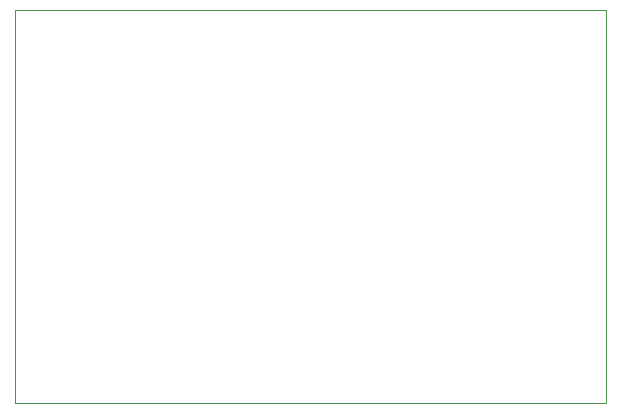
<source format=gbr>
G04 #@! TF.GenerationSoftware,KiCad,Pcbnew,(5.1.0-0)*
G04 #@! TF.CreationDate,2019-04-29T17:32:57-05:00*
G04 #@! TF.ProjectId,splitflap-pcb,73706c69-7466-46c6-9170-2d7063622e6b,rev?*
G04 #@! TF.SameCoordinates,Original*
G04 #@! TF.FileFunction,Profile,NP*
%FSLAX46Y46*%
G04 Gerber Fmt 4.6, Leading zero omitted, Abs format (unit mm)*
G04 Created by KiCad (PCBNEW (5.1.0-0)) date 2019-04-29 17:32:57*
%MOMM*%
%LPD*%
G04 APERTURE LIST*
%ADD10C,0.050000*%
G04 APERTURE END LIST*
D10*
X150000000Y-133300000D02*
X150000000Y-100000000D01*
X100000000Y-133300000D02*
X150000000Y-133300000D01*
X100000000Y-100000000D02*
X150000000Y-100000000D01*
X100000000Y-100000000D02*
X100000000Y-133300000D01*
M02*

</source>
